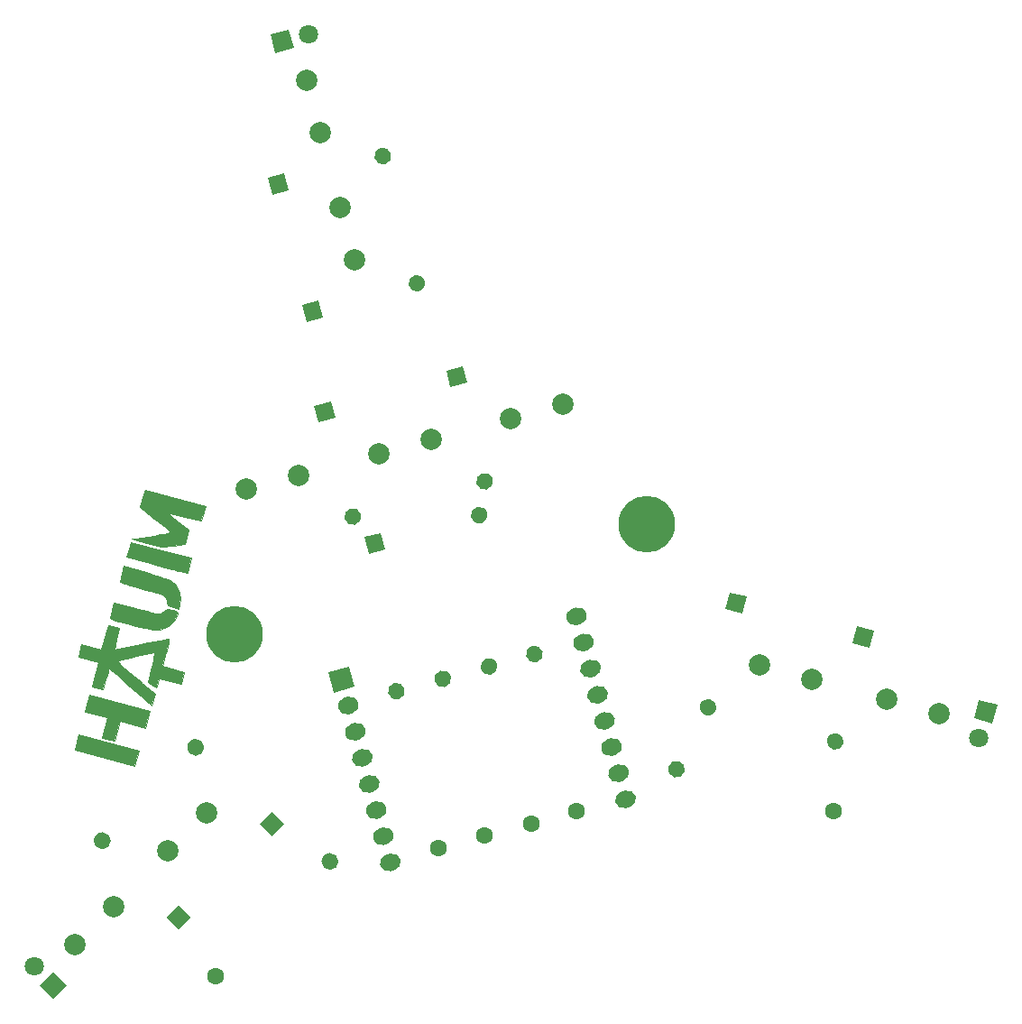
<source format=gbr>
G04 #@! TF.GenerationSoftware,KiCad,Pcbnew,5.1.10*
G04 #@! TF.CreationDate,2021-09-12T20:50:09+02:00*
G04 #@! TF.ProjectId,remote_board,72656d6f-7465-45f6-926f-6172642e6b69,rev?*
G04 #@! TF.SameCoordinates,Original*
G04 #@! TF.FileFunction,Soldermask,Top*
G04 #@! TF.FilePolarity,Negative*
%FSLAX46Y46*%
G04 Gerber Fmt 4.6, Leading zero omitted, Abs format (unit mm)*
G04 Created by KiCad (PCBNEW 5.1.10) date 2021-09-12 20:50:09*
%MOMM*%
%LPD*%
G01*
G04 APERTURE LIST*
%ADD10C,0.010000*%
%ADD11C,0.100000*%
%ADD12C,2.000000*%
%ADD13C,1.600000*%
%ADD14C,5.300000*%
%ADD15C,1.800000*%
G04 APERTURE END LIST*
D10*
G36*
X112261804Y-114005698D02*
G01*
X112875378Y-111715810D01*
X113933506Y-111999334D01*
X113692865Y-112989266D01*
X113452225Y-113979199D01*
X115984115Y-113471725D01*
X116617555Y-113345874D01*
X117197911Y-113232695D01*
X117704277Y-113136098D01*
X118115745Y-113059994D01*
X118411406Y-113008289D01*
X118570354Y-112984894D01*
X118590922Y-112984325D01*
X118596562Y-113068853D01*
X118561024Y-113289885D01*
X118489714Y-113621122D01*
X118388036Y-114036270D01*
X118326182Y-114272015D01*
X117986525Y-115539633D01*
X120031067Y-116087466D01*
X119724281Y-117232410D01*
X117679738Y-116684576D01*
X117559215Y-117134376D01*
X117481469Y-117377577D01*
X117407414Y-117532843D01*
X117367306Y-117565047D01*
X117264738Y-117504533D01*
X117082290Y-117371389D01*
X116962358Y-117277134D01*
X116628796Y-117008348D01*
X116800439Y-116335301D01*
X116905285Y-115898205D01*
X117014394Y-115402326D01*
X117103097Y-114960420D01*
X117234112Y-114258588D01*
X115558899Y-114622284D01*
X115045386Y-114735094D01*
X114586600Y-114838394D01*
X114208973Y-114926027D01*
X113938935Y-114991839D01*
X113802918Y-115029672D01*
X113794261Y-115033266D01*
X113793958Y-115085965D01*
X113883541Y-115202986D01*
X114070085Y-115390741D01*
X114360670Y-115655645D01*
X114762371Y-116004110D01*
X115282267Y-116442551D01*
X115927435Y-116977381D01*
X116060017Y-117086521D01*
X117299002Y-118105504D01*
X117002234Y-119213057D01*
X116057691Y-118403707D01*
X115632617Y-118039165D01*
X115135512Y-117612364D01*
X114622599Y-117171603D01*
X114150107Y-116765182D01*
X114061872Y-116689227D01*
X113707535Y-116385527D01*
X113399199Y-116123865D01*
X113159093Y-115922894D01*
X113009443Y-115801270D01*
X112970560Y-115773370D01*
X112934605Y-115845740D01*
X112866064Y-116050803D01*
X112774697Y-116357302D01*
X112670261Y-116733976D01*
X112667567Y-116744024D01*
X112404606Y-117725404D01*
X111341444Y-117440531D01*
X111955017Y-115150642D01*
X110074038Y-114646635D01*
X110380825Y-113501691D01*
X112261804Y-114005698D01*
G37*
X112261804Y-114005698D02*
X112875378Y-111715810D01*
X113933506Y-111999334D01*
X113692865Y-112989266D01*
X113452225Y-113979199D01*
X115984115Y-113471725D01*
X116617555Y-113345874D01*
X117197911Y-113232695D01*
X117704277Y-113136098D01*
X118115745Y-113059994D01*
X118411406Y-113008289D01*
X118570354Y-112984894D01*
X118590922Y-112984325D01*
X118596562Y-113068853D01*
X118561024Y-113289885D01*
X118489714Y-113621122D01*
X118388036Y-114036270D01*
X118326182Y-114272015D01*
X117986525Y-115539633D01*
X120031067Y-116087466D01*
X119724281Y-117232410D01*
X117679738Y-116684576D01*
X117559215Y-117134376D01*
X117481469Y-117377577D01*
X117407414Y-117532843D01*
X117367306Y-117565047D01*
X117264738Y-117504533D01*
X117082290Y-117371389D01*
X116962358Y-117277134D01*
X116628796Y-117008348D01*
X116800439Y-116335301D01*
X116905285Y-115898205D01*
X117014394Y-115402326D01*
X117103097Y-114960420D01*
X117234112Y-114258588D01*
X115558899Y-114622284D01*
X115045386Y-114735094D01*
X114586600Y-114838394D01*
X114208973Y-114926027D01*
X113938935Y-114991839D01*
X113802918Y-115029672D01*
X113794261Y-115033266D01*
X113793958Y-115085965D01*
X113883541Y-115202986D01*
X114070085Y-115390741D01*
X114360670Y-115655645D01*
X114762371Y-116004110D01*
X115282267Y-116442551D01*
X115927435Y-116977381D01*
X116060017Y-117086521D01*
X117299002Y-118105504D01*
X117002234Y-119213057D01*
X116057691Y-118403707D01*
X115632617Y-118039165D01*
X115135512Y-117612364D01*
X114622599Y-117171603D01*
X114150107Y-116765182D01*
X114061872Y-116689227D01*
X113707535Y-116385527D01*
X113399199Y-116123865D01*
X113159093Y-115922894D01*
X113009443Y-115801270D01*
X112970560Y-115773370D01*
X112934605Y-115845740D01*
X112866064Y-116050803D01*
X112774697Y-116357302D01*
X112670261Y-116733976D01*
X112667567Y-116744024D01*
X112404606Y-117725404D01*
X111341444Y-117440531D01*
X111955017Y-115150642D01*
X110074038Y-114646635D01*
X110380825Y-113501691D01*
X112261804Y-114005698D01*
G36*
X115430516Y-110112732D02*
G01*
X115996109Y-110259404D01*
X116517399Y-110390078D01*
X116968789Y-110498700D01*
X117324687Y-110579212D01*
X117559497Y-110625559D01*
X117635439Y-110634491D01*
X117834494Y-110578117D01*
X118065289Y-110439050D01*
X118134030Y-110382386D01*
X118293949Y-110248151D01*
X118426882Y-110186431D01*
X118591232Y-110189025D01*
X118845401Y-110247738D01*
X118930968Y-110270532D01*
X119211022Y-110348995D01*
X119360210Y-110410879D01*
X119411490Y-110482471D01*
X119397812Y-110590065D01*
X119385915Y-110633481D01*
X119302575Y-110831279D01*
X119158026Y-111092635D01*
X119056270Y-111252287D01*
X118668198Y-111683021D01*
X118185467Y-111977260D01*
X117687222Y-112115556D01*
X117522997Y-112131024D01*
X117336298Y-112127935D01*
X117102049Y-112102218D01*
X116795173Y-112049805D01*
X116390594Y-111966625D01*
X115863237Y-111848609D01*
X115442683Y-111751277D01*
X114892256Y-111619761D01*
X114381939Y-111492001D01*
X113940405Y-111375634D01*
X113596324Y-111278299D01*
X113378370Y-111207632D01*
X113335991Y-111190042D01*
X113052671Y-111054145D01*
X113445125Y-109589485D01*
X115430516Y-110112732D01*
G37*
X115430516Y-110112732D02*
X115996109Y-110259404D01*
X116517399Y-110390078D01*
X116968789Y-110498700D01*
X117324687Y-110579212D01*
X117559497Y-110625559D01*
X117635439Y-110634491D01*
X117834494Y-110578117D01*
X118065289Y-110439050D01*
X118134030Y-110382386D01*
X118293949Y-110248151D01*
X118426882Y-110186431D01*
X118591232Y-110189025D01*
X118845401Y-110247738D01*
X118930968Y-110270532D01*
X119211022Y-110348995D01*
X119360210Y-110410879D01*
X119411490Y-110482471D01*
X119397812Y-110590065D01*
X119385915Y-110633481D01*
X119302575Y-110831279D01*
X119158026Y-111092635D01*
X119056270Y-111252287D01*
X118668198Y-111683021D01*
X118185467Y-111977260D01*
X117687222Y-112115556D01*
X117522997Y-112131024D01*
X117336298Y-112127935D01*
X117102049Y-112102218D01*
X116795173Y-112049805D01*
X116390594Y-111966625D01*
X115863237Y-111848609D01*
X115442683Y-111751277D01*
X114892256Y-111619761D01*
X114381939Y-111492001D01*
X113940405Y-111375634D01*
X113596324Y-111278299D01*
X113378370Y-111207632D01*
X113335991Y-111190042D01*
X113052671Y-111054145D01*
X113445125Y-109589485D01*
X115430516Y-110112732D01*
G36*
X116424407Y-106730607D02*
G01*
X117144511Y-106944268D01*
X117720926Y-107123895D01*
X118173595Y-107279028D01*
X118522462Y-107419204D01*
X118787468Y-107553964D01*
X118988555Y-107692846D01*
X119145667Y-107845390D01*
X119278747Y-108021134D01*
X119347485Y-108128791D01*
X119567705Y-108649533D01*
X119640582Y-109249869D01*
X119606868Y-109691600D01*
X119537106Y-110169986D01*
X118464110Y-109882478D01*
X118445946Y-109564040D01*
X118421355Y-109353480D01*
X118361275Y-109180787D01*
X118246332Y-109034596D01*
X118057154Y-108903544D01*
X117774365Y-108776265D01*
X117378592Y-108641397D01*
X116850462Y-108487574D01*
X116402692Y-108365501D01*
X115876247Y-108221237D01*
X115377404Y-108079328D01*
X114940445Y-107949920D01*
X114599646Y-107843158D01*
X114392685Y-107770558D01*
X113977150Y-107603941D01*
X114372187Y-106129643D01*
X116424407Y-106730607D01*
G37*
X116424407Y-106730607D02*
X117144511Y-106944268D01*
X117720926Y-107123895D01*
X118173595Y-107279028D01*
X118522462Y-107419204D01*
X118787468Y-107553964D01*
X118988555Y-107692846D01*
X119145667Y-107845390D01*
X119278747Y-108021134D01*
X119347485Y-108128791D01*
X119567705Y-108649533D01*
X119640582Y-109249869D01*
X119606868Y-109691600D01*
X119537106Y-110169986D01*
X118464110Y-109882478D01*
X118445946Y-109564040D01*
X118421355Y-109353480D01*
X118361275Y-109180787D01*
X118246332Y-109034596D01*
X118057154Y-108903544D01*
X117774365Y-108776265D01*
X117378592Y-108641397D01*
X116850462Y-108487574D01*
X116402692Y-108365501D01*
X115876247Y-108221237D01*
X115377404Y-108079328D01*
X114940445Y-107949920D01*
X114599646Y-107843158D01*
X114392685Y-107770558D01*
X113977150Y-107603941D01*
X114372187Y-106129643D01*
X116424407Y-106730607D01*
G36*
X114807228Y-104575230D02*
G01*
X115008993Y-103916612D01*
X117856670Y-104656596D01*
X120704348Y-105396580D01*
X120335815Y-106771964D01*
X119655777Y-106652773D01*
X119387247Y-106595559D01*
X118987272Y-106496901D01*
X118486307Y-106364974D01*
X117914809Y-106207952D01*
X117303231Y-106034010D01*
X116790600Y-105883715D01*
X114605462Y-105233848D01*
X114807228Y-104575230D01*
G37*
X114807228Y-104575230D02*
X115008993Y-103916612D01*
X117856670Y-104656596D01*
X120704348Y-105396580D01*
X120335815Y-106771964D01*
X119655777Y-106652773D01*
X119387247Y-106595559D01*
X118987272Y-106496901D01*
X118486307Y-106364974D01*
X117914809Y-106207952D01*
X117303231Y-106034010D01*
X116790600Y-105883715D01*
X114605462Y-105233848D01*
X114807228Y-104575230D01*
G36*
X116190099Y-99423193D02*
G01*
X116262513Y-99234336D01*
X116383054Y-98981761D01*
X122018581Y-100491796D01*
X121651554Y-101861558D01*
X120037617Y-101505846D01*
X118423679Y-101150132D01*
X119414241Y-101951338D01*
X120404801Y-102752542D01*
X120254782Y-103406265D01*
X120104762Y-104059989D01*
X118984936Y-104219876D01*
X117865108Y-104379761D01*
X116477173Y-103998449D01*
X115089237Y-103617138D01*
X115505369Y-103556268D01*
X116073213Y-103470031D01*
X116643247Y-103377777D01*
X117190304Y-103284165D01*
X117689220Y-103193857D01*
X118114828Y-103111511D01*
X118441964Y-103041787D01*
X118645461Y-102989345D01*
X118701648Y-102964413D01*
X118652819Y-102892477D01*
X118488310Y-102733474D01*
X118226686Y-102503540D01*
X117886518Y-102218808D01*
X117486375Y-101895416D01*
X117319451Y-101763381D01*
X115887623Y-100637520D01*
X116014798Y-100062215D01*
X116098297Y-99727170D01*
X116190099Y-99423193D01*
G37*
X116190099Y-99423193D02*
X116262513Y-99234336D01*
X116383054Y-98981761D01*
X122018581Y-100491796D01*
X121651554Y-101861558D01*
X120037617Y-101505846D01*
X118423679Y-101150132D01*
X119414241Y-101951338D01*
X120404801Y-102752542D01*
X120254782Y-103406265D01*
X120104762Y-104059989D01*
X118984936Y-104219876D01*
X117865108Y-104379761D01*
X116477173Y-103998449D01*
X115089237Y-103617138D01*
X115505369Y-103556268D01*
X116073213Y-103470031D01*
X116643247Y-103377777D01*
X117190304Y-103284165D01*
X117689220Y-103193857D01*
X118114828Y-103111511D01*
X118441964Y-103041787D01*
X118645461Y-102989345D01*
X118701648Y-102964413D01*
X118652819Y-102892477D01*
X118488310Y-102733474D01*
X118226686Y-102503540D01*
X117886518Y-102218808D01*
X117486375Y-101895416D01*
X117319451Y-101763381D01*
X115887623Y-100637520D01*
X116014798Y-100062215D01*
X116098297Y-99727170D01*
X116190099Y-99423193D01*
G36*
X115779149Y-123450545D02*
G01*
X115384708Y-124922616D01*
X109741770Y-123410596D01*
X110136210Y-121938525D01*
X115779149Y-123450545D01*
G37*
X115779149Y-123450545D02*
X115384708Y-124922616D01*
X109741770Y-123410596D01*
X110136210Y-121938525D01*
X115779149Y-123450545D01*
G36*
X116765249Y-119770368D02*
G01*
X116348895Y-121324221D01*
X113977226Y-120688734D01*
X113473219Y-122569713D01*
X112328274Y-122262926D01*
X112832281Y-120381947D01*
X110705957Y-119812200D01*
X111122310Y-118258347D01*
X116765249Y-119770368D01*
G37*
X116765249Y-119770368D02*
X116348895Y-121324221D01*
X113977226Y-120688734D01*
X113473219Y-122569713D01*
X112328274Y-122262926D01*
X112832281Y-120381947D01*
X110705957Y-119812200D01*
X111122310Y-118258347D01*
X116765249Y-119770368D01*
G36*
G01*
X146937665Y-101590454D02*
X146937665Y-101590454D01*
G75*
G02*
X147503351Y-100610658I772741J207055D01*
G01*
X147503351Y-100610658D01*
G75*
G02*
X148483147Y-101176344I207055J-772741D01*
G01*
X148483147Y-101176344D01*
G75*
G02*
X147917461Y-102156140I-772741J-207055D01*
G01*
X147917461Y-102156140D01*
G75*
G02*
X146937665Y-101590454I-207055J772741D01*
G01*
G37*
D11*
G36*
X137330915Y-104992796D02*
G01*
X136916804Y-103447315D01*
X138462285Y-103033204D01*
X138876396Y-104578685D01*
X137330915Y-104992796D01*
G37*
G36*
G01*
X141095665Y-79822654D02*
X141095665Y-79822654D01*
G75*
G02*
X141661351Y-78842858I772741J207055D01*
G01*
X141661351Y-78842858D01*
G75*
G02*
X142641147Y-79408544I207055J-772741D01*
G01*
X142641147Y-79408544D01*
G75*
G02*
X142075461Y-80388340I-772741J-207055D01*
G01*
X142075461Y-80388340D01*
G75*
G02*
X141095665Y-79822654I-207055J772741D01*
G01*
G37*
G36*
X131488915Y-83224996D02*
G01*
X131074804Y-81679515D01*
X132620285Y-81265404D01*
X133034396Y-82810885D01*
X131488915Y-83224996D01*
G37*
D12*
X109786149Y-141673851D03*
X113378251Y-138081749D03*
X150632348Y-92300600D03*
X155539252Y-90985800D03*
X138262548Y-95602600D03*
X143169452Y-94287800D03*
X130774252Y-97615200D03*
X125867348Y-98930000D03*
X134699200Y-72501948D03*
X136014000Y-77408852D03*
X178947704Y-116757800D03*
X174040800Y-115443000D03*
X122115851Y-129318749D03*
X118523749Y-132910851D03*
X131498800Y-60563948D03*
X132813600Y-65470852D03*
X190896052Y-119961200D03*
X185989148Y-118646400D03*
G36*
G01*
X144497053Y-117522431D02*
X144497053Y-117522431D01*
G75*
G02*
X143517257Y-116956745I-207055J772741D01*
G01*
X143517257Y-116956745D01*
G75*
G02*
X144082943Y-115976949I772741J207055D01*
G01*
X144082943Y-115976949D01*
G75*
G02*
X145062739Y-116542635I207055J-772741D01*
G01*
X145062739Y-116542635D01*
G75*
G02*
X144497053Y-117522431I-772741J-207055D01*
G01*
G37*
D13*
X148234400Y-131470400D03*
G36*
G01*
X148840453Y-116354031D02*
X148840453Y-116354031D01*
G75*
G02*
X147860657Y-115788345I-207055J772741D01*
G01*
X147860657Y-115788345D01*
G75*
G02*
X148426343Y-114808549I772741J207055D01*
G01*
X148426343Y-114808549D01*
G75*
G02*
X149406139Y-115374235I207055J-772741D01*
G01*
X149406139Y-115374235D01*
G75*
G02*
X148840453Y-116354031I-772741J-207055D01*
G01*
G37*
X152577800Y-130302000D03*
G36*
G01*
X140153653Y-118665431D02*
X140153653Y-118665431D01*
G75*
G02*
X139173857Y-118099745I-207055J772741D01*
G01*
X139173857Y-118099745D01*
G75*
G02*
X139739543Y-117119949I772741J207055D01*
G01*
X139739543Y-117119949D01*
G75*
G02*
X140719339Y-117685635I207055J-772741D01*
G01*
X140719339Y-117685635D01*
G75*
G02*
X140153653Y-118665431I-772741J-207055D01*
G01*
G37*
X143891000Y-132613400D03*
G36*
G01*
X167001631Y-125421653D02*
X167001631Y-125421653D01*
G75*
G02*
X166021835Y-125987339I-772741J207055D01*
G01*
X166021835Y-125987339D01*
G75*
G02*
X165456149Y-125007543I207055J772741D01*
G01*
X165456149Y-125007543D01*
G75*
G02*
X166435945Y-124441857I772741J-207055D01*
G01*
X166435945Y-124441857D01*
G75*
G02*
X167001631Y-125421653I-207055J-772741D01*
G01*
G37*
X180949600Y-129159000D03*
G36*
G01*
X153107653Y-115185631D02*
X153107653Y-115185631D01*
G75*
G02*
X152127857Y-114619945I-207055J772741D01*
G01*
X152127857Y-114619945D01*
G75*
G02*
X152693543Y-113640149I772741J207055D01*
G01*
X152693543Y-113640149D01*
G75*
G02*
X153673339Y-114205835I207055J-772741D01*
G01*
X153673339Y-114205835D01*
G75*
G02*
X153107653Y-115185631I-772741J-207055D01*
G01*
G37*
X156845000Y-129133600D03*
G36*
G01*
X133146622Y-134442378D02*
X133146622Y-134442378D01*
G75*
G02*
X133146622Y-133311008I565685J565685D01*
G01*
X133146622Y-133311008D01*
G75*
G02*
X134277992Y-133311008I565685J-565685D01*
G01*
X134277992Y-133311008D01*
G75*
G02*
X134277992Y-134442378I-565685J-565685D01*
G01*
X134277992Y-134442378D01*
G75*
G02*
X133146622Y-134442378I-565685J565685D01*
G01*
G37*
X122936000Y-144653000D03*
D14*
X163449000Y-102235000D03*
X124714000Y-112522000D03*
G36*
G01*
X148015346Y-97433065D02*
X148015346Y-97433065D01*
G75*
G02*
X148995142Y-97998751I207055J-772741D01*
G01*
X148995142Y-97998751D01*
G75*
G02*
X148429456Y-98978547I-772741J-207055D01*
G01*
X148429456Y-98978547D01*
G75*
G02*
X147449660Y-98412861I-207055J772741D01*
G01*
X147449660Y-98412861D01*
G75*
G02*
X148015346Y-97433065I772741J207055D01*
G01*
G37*
D11*
G36*
X144613004Y-87826315D02*
G01*
X146158485Y-87412204D01*
X146572596Y-88957685D01*
X145027115Y-89371796D01*
X144613004Y-87826315D01*
G37*
G36*
G01*
X135645546Y-100735065D02*
X135645546Y-100735065D01*
G75*
G02*
X136625342Y-101300751I207055J-772741D01*
G01*
X136625342Y-101300751D01*
G75*
G02*
X136059656Y-102280547I-772741J-207055D01*
G01*
X136059656Y-102280547D01*
G75*
G02*
X135079860Y-101714861I-207055J772741D01*
G01*
X135079860Y-101714861D01*
G75*
G02*
X135645546Y-100735065I772741J207055D01*
G01*
G37*
G36*
X132243204Y-91128315D02*
G01*
X133788685Y-90714204D01*
X134202796Y-92259685D01*
X132657315Y-92673796D01*
X132243204Y-91128315D01*
G37*
G36*
G01*
X169408454Y-118642065D02*
X169408454Y-118642065D01*
G75*
G02*
X169974140Y-119621861I-207055J-772741D01*
G01*
X169974140Y-119621861D01*
G75*
G02*
X168994344Y-120187547I-772741J207055D01*
G01*
X168994344Y-120187547D01*
G75*
G02*
X168428658Y-119207751I207055J772741D01*
G01*
X168428658Y-119207751D01*
G75*
G02*
X169408454Y-118642065I772741J-207055D01*
G01*
G37*
G36*
X171265315Y-108621204D02*
G01*
X172810796Y-109035315D01*
X172396685Y-110580796D01*
X170851204Y-110166685D01*
X171265315Y-108621204D01*
G37*
G36*
G01*
X121676880Y-123734280D02*
X121676880Y-123734280D01*
G75*
G02*
X120545510Y-123734280I-565685J565685D01*
G01*
X120545510Y-123734280D01*
G75*
G02*
X120545510Y-122602910I565685J565685D01*
G01*
X120545510Y-122602910D01*
G75*
G02*
X121676880Y-122602910I565685J-565685D01*
G01*
X121676880Y-122602910D01*
G75*
G02*
X121676880Y-123734280I-565685J-565685D01*
G01*
G37*
G36*
X129426771Y-130352800D02*
G01*
X128295400Y-131484171D01*
X127164029Y-130352800D01*
X128295400Y-129221429D01*
X129426771Y-130352800D01*
G37*
G36*
G01*
X137895265Y-67884654D02*
X137895265Y-67884654D01*
G75*
G02*
X138460951Y-66904858I772741J207055D01*
G01*
X138460951Y-66904858D01*
G75*
G02*
X139440747Y-67470544I207055J-772741D01*
G01*
X139440747Y-67470544D01*
G75*
G02*
X138875061Y-68450340I-772741J-207055D01*
G01*
X138875061Y-68450340D01*
G75*
G02*
X137895265Y-67884654I-207055J772741D01*
G01*
G37*
G36*
X128288515Y-71286996D02*
G01*
X127874404Y-69741515D01*
X129419885Y-69327404D01*
X129833996Y-70872885D01*
X128288515Y-71286996D01*
G37*
G36*
G01*
X181346454Y-121842465D02*
X181346454Y-121842465D01*
G75*
G02*
X181912140Y-122822261I-207055J-772741D01*
G01*
X181912140Y-122822261D01*
G75*
G02*
X180932344Y-123387947I-772741J207055D01*
G01*
X180932344Y-123387947D01*
G75*
G02*
X180366658Y-122408151I207055J772741D01*
G01*
X180366658Y-122408151D01*
G75*
G02*
X181346454Y-121842465I772741J-207055D01*
G01*
G37*
G36*
X183203315Y-111821604D02*
G01*
X184748796Y-112235715D01*
X184334685Y-113781196D01*
X182789204Y-113367085D01*
X183203315Y-111821604D01*
G37*
G36*
G01*
X112913880Y-132497280D02*
X112913880Y-132497280D01*
G75*
G02*
X111782510Y-132497280I-565685J565685D01*
G01*
X111782510Y-132497280D01*
G75*
G02*
X111782510Y-131365910I565685J565685D01*
G01*
X111782510Y-131365910D01*
G75*
G02*
X112913880Y-131365910I565685J-565685D01*
G01*
X112913880Y-131365910D01*
G75*
G02*
X112913880Y-132497280I-565685J-565685D01*
G01*
G37*
G36*
X120663771Y-139115800D02*
G01*
X119532400Y-140247171D01*
X118401029Y-139115800D01*
X119532400Y-137984429D01*
X120663771Y-139115800D01*
G37*
G36*
X108994192Y-145516600D02*
G01*
X107721400Y-146789392D01*
X106448608Y-145516600D01*
X107721400Y-144243808D01*
X108994192Y-145516600D01*
G37*
D15*
X105925349Y-143720549D03*
X194589400Y-122250200D03*
D11*
G36*
X194610404Y-118694478D02*
G01*
X196349070Y-119160352D01*
X195883196Y-120899018D01*
X194144530Y-120433144D01*
X194610404Y-118694478D01*
G37*
D15*
X131663252Y-56238600D03*
D11*
G36*
X128573404Y-57998270D02*
G01*
X128107530Y-56259604D01*
X129846196Y-55793730D01*
X130312070Y-57532396D01*
X128573404Y-57998270D01*
G37*
G36*
G01*
X155887538Y-111131416D02*
X155887538Y-111131416D01*
G75*
G02*
X156453224Y-110151620I772741J207055D01*
G01*
X156839594Y-110048092D01*
G75*
G02*
X157819390Y-110613778I207055J-772741D01*
G01*
X157819390Y-110613778D01*
G75*
G02*
X157253704Y-111593574I-772741J-207055D01*
G01*
X156867334Y-111697102D01*
G75*
G02*
X155887538Y-111131416I-207055J772741D01*
G01*
G37*
G36*
G01*
X156544939Y-113584867D02*
X156544939Y-113584867D01*
G75*
G02*
X157110625Y-112605071I772741J207055D01*
G01*
X157496995Y-112501543D01*
G75*
G02*
X158476791Y-113067229I207055J-772741D01*
G01*
X158476791Y-113067229D01*
G75*
G02*
X157911105Y-114047025I-772741J-207055D01*
G01*
X157524735Y-114150553D01*
G75*
G02*
X156544939Y-113584867I-207055J772741D01*
G01*
G37*
G36*
G01*
X157202339Y-116038319D02*
X157202339Y-116038319D01*
G75*
G02*
X157768025Y-115058523I772741J207055D01*
G01*
X158154395Y-114954995D01*
G75*
G02*
X159134191Y-115520681I207055J-772741D01*
G01*
X159134191Y-115520681D01*
G75*
G02*
X158568505Y-116500477I-772741J-207055D01*
G01*
X158182135Y-116604005D01*
G75*
G02*
X157202339Y-116038319I-207055J772741D01*
G01*
G37*
G36*
G01*
X157859740Y-118491770D02*
X157859740Y-118491770D01*
G75*
G02*
X158425426Y-117511974I772741J207055D01*
G01*
X158811796Y-117408446D01*
G75*
G02*
X159791592Y-117974132I207055J-772741D01*
G01*
X159791592Y-117974132D01*
G75*
G02*
X159225906Y-118953928I-772741J-207055D01*
G01*
X158839536Y-119057456D01*
G75*
G02*
X157859740Y-118491770I-207055J772741D01*
G01*
G37*
G36*
G01*
X158517140Y-120945222D02*
X158517140Y-120945222D01*
G75*
G02*
X159082826Y-119965426I772741J207055D01*
G01*
X159469196Y-119861898D01*
G75*
G02*
X160448992Y-120427584I207055J-772741D01*
G01*
X160448992Y-120427584D01*
G75*
G02*
X159883306Y-121407380I-772741J-207055D01*
G01*
X159496936Y-121510908D01*
G75*
G02*
X158517140Y-120945222I-207055J772741D01*
G01*
G37*
G36*
G01*
X159174540Y-123398674D02*
X159174540Y-123398674D01*
G75*
G02*
X159740226Y-122418878I772741J207055D01*
G01*
X160126596Y-122315350D01*
G75*
G02*
X161106392Y-122881036I207055J-772741D01*
G01*
X161106392Y-122881036D01*
G75*
G02*
X160540706Y-123860832I-772741J-207055D01*
G01*
X160154336Y-123964360D01*
G75*
G02*
X159174540Y-123398674I-207055J772741D01*
G01*
G37*
G36*
G01*
X159831941Y-125852125D02*
X159831941Y-125852125D01*
G75*
G02*
X160397627Y-124872329I772741J207055D01*
G01*
X160783997Y-124768801D01*
G75*
G02*
X161763793Y-125334487I207055J-772741D01*
G01*
X161763793Y-125334487D01*
G75*
G02*
X161198107Y-126314283I-772741J-207055D01*
G01*
X160811737Y-126417811D01*
G75*
G02*
X159831941Y-125852125I-207055J772741D01*
G01*
G37*
G36*
G01*
X160489341Y-128305577D02*
X160489341Y-128305577D01*
G75*
G02*
X161055027Y-127325781I772741J207055D01*
G01*
X161441397Y-127222253D01*
G75*
G02*
X162421193Y-127787939I207055J-772741D01*
G01*
X162421193Y-127787939D01*
G75*
G02*
X161855507Y-128767735I-772741J-207055D01*
G01*
X161469137Y-128871263D01*
G75*
G02*
X160489341Y-128305577I-207055J772741D01*
G01*
G37*
G36*
G01*
X138408277Y-134222180D02*
X138408277Y-134222180D01*
G75*
G02*
X138973963Y-133242384I772741J207055D01*
G01*
X139360333Y-133138856D01*
G75*
G02*
X140340129Y-133704542I207055J-772741D01*
G01*
X140340129Y-133704542D01*
G75*
G02*
X139774443Y-134684338I-772741J-207055D01*
G01*
X139388073Y-134787866D01*
G75*
G02*
X138408277Y-134222180I-207055J772741D01*
G01*
G37*
G36*
G01*
X137750876Y-131768729D02*
X137750876Y-131768729D01*
G75*
G02*
X138316562Y-130788933I772741J207055D01*
G01*
X138702932Y-130685405D01*
G75*
G02*
X139682728Y-131251091I207055J-772741D01*
G01*
X139682728Y-131251091D01*
G75*
G02*
X139117042Y-132230887I-772741J-207055D01*
G01*
X138730672Y-132334415D01*
G75*
G02*
X137750876Y-131768729I-207055J772741D01*
G01*
G37*
G36*
G01*
X137093476Y-129315277D02*
X137093476Y-129315277D01*
G75*
G02*
X137659162Y-128335481I772741J207055D01*
G01*
X138045532Y-128231953D01*
G75*
G02*
X139025328Y-128797639I207055J-772741D01*
G01*
X139025328Y-128797639D01*
G75*
G02*
X138459642Y-129777435I-772741J-207055D01*
G01*
X138073272Y-129880963D01*
G75*
G02*
X137093476Y-129315277I-207055J772741D01*
G01*
G37*
G36*
G01*
X136436075Y-126861825D02*
X136436075Y-126861825D01*
G75*
G02*
X137001761Y-125882029I772741J207055D01*
G01*
X137388131Y-125778501D01*
G75*
G02*
X138367927Y-126344187I207055J-772741D01*
G01*
X138367927Y-126344187D01*
G75*
G02*
X137802241Y-127323983I-772741J-207055D01*
G01*
X137415871Y-127427511D01*
G75*
G02*
X136436075Y-126861825I-207055J772741D01*
G01*
G37*
G36*
G01*
X135778675Y-124408374D02*
X135778675Y-124408374D01*
G75*
G02*
X136344361Y-123428578I772741J207055D01*
G01*
X136730731Y-123325050D01*
G75*
G02*
X137710527Y-123890736I207055J-772741D01*
G01*
X137710527Y-123890736D01*
G75*
G02*
X137144841Y-124870532I-772741J-207055D01*
G01*
X136758471Y-124974060D01*
G75*
G02*
X135778675Y-124408374I-207055J772741D01*
G01*
G37*
G36*
G01*
X135121275Y-121954922D02*
X135121275Y-121954922D01*
G75*
G02*
X135686961Y-120975126I772741J207055D01*
G01*
X136073331Y-120871598D01*
G75*
G02*
X137053127Y-121437284I207055J-772741D01*
G01*
X137053127Y-121437284D01*
G75*
G02*
X136487441Y-122417080I-772741J-207055D01*
G01*
X136101071Y-122520608D01*
G75*
G02*
X135121275Y-121954922I-207055J772741D01*
G01*
G37*
G36*
X134065293Y-118013945D02*
G01*
X133547655Y-116082093D01*
X135479507Y-115564455D01*
X135997145Y-117496307D01*
X134065293Y-118013945D01*
G37*
G36*
G01*
X134463874Y-119501471D02*
X134463874Y-119501471D01*
G75*
G02*
X135029560Y-118521675I772741J207055D01*
G01*
X135415930Y-118418147D01*
G75*
G02*
X136395726Y-118983833I207055J-772741D01*
G01*
X136395726Y-118983833D01*
G75*
G02*
X135830040Y-119963629I-772741J-207055D01*
G01*
X135443670Y-120067157D01*
G75*
G02*
X134463874Y-119501471I-207055J772741D01*
G01*
G37*
M02*

</source>
